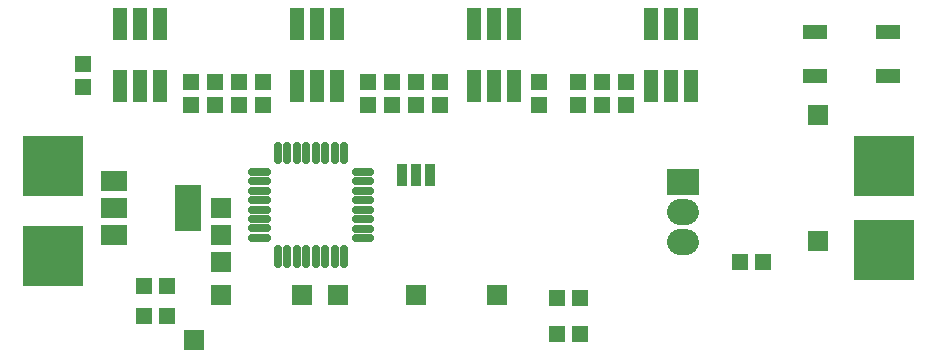
<source format=gts>
G04 ---------------------------- Layer name :TOP SOLDER LAYER*
G04 EasyEDA v5.4.12, Wed, 23 May 2018 11:05:33 GMT*
G04 139d24c5156241d0888082340940ae75*
G04 Gerber Generator version 0.2*
G04 Scale: 100 percent, Rotated: No, Reflected: No *
G04 Dimensions in millimeters *
G04 leading zeros omitted , absolute positions ,3 integer and 3 decimal *
%FSLAX33Y33*%
%MOMM*%
G90*
G71D02*

%ADD13C,0.653199*%
%ADD15R,2.203196X4.003192*%
%ADD16R,2.203196X1.703197*%
%ADD17R,0.904240X1.902460*%
%ADD18R,2.003196X1.303198*%
%ADD19R,1.303198X2.703195*%
%ADD20R,1.409700X1.409700*%
%ADD21R,1.409700X1.410198*%
%ADD22R,2.703200X2.203201*%
%ADD23R,1.778000X1.778000*%
%ADD24R,1.778000X1.778254*%
%ADD25R,5.203190X5.203190*%
%ADD26R,1.778254X1.778254*%
%ADD27C,2.203201*%

%LPD*%
G54D27*
G01X57145Y11557D02*
G01X56646Y11557D01*
G01X57145Y14097D02*
G01X56646Y14097D01*
G54D13*
G01X28194Y9763D02*
G01X28194Y10962D01*
G01X27393Y9763D02*
G01X27393Y10962D01*
G01X26593Y9763D02*
G01X26593Y10962D01*
G01X25793Y9763D02*
G01X25793Y10962D01*
G01X24996Y9763D02*
G01X24996Y10962D01*
G01X24196Y9763D02*
G01X24196Y10962D01*
G01X23395Y9763D02*
G01X23395Y10962D01*
G01X22595Y9763D02*
G01X22595Y10962D01*
G01X21630Y11938D02*
G01X20431Y11938D01*
G01X21630Y12738D02*
G01X20431Y12738D01*
G01X21630Y13538D02*
G01X20431Y13538D01*
G01X21630Y14338D02*
G01X20431Y14338D01*
G01X21630Y15135D02*
G01X20431Y15135D01*
G01X21630Y15935D02*
G01X20431Y15935D01*
G01X21630Y16736D02*
G01X20431Y16736D01*
G01X21630Y17536D02*
G01X20431Y17536D01*
G01X22606Y18526D02*
G01X22606Y19725D01*
G01X23406Y18526D02*
G01X23406Y19725D01*
G01X24206Y18526D02*
G01X24206Y19725D01*
G01X25006Y18526D02*
G01X25006Y19725D01*
G01X25803Y18526D02*
G01X25803Y19725D01*
G01X26603Y18526D02*
G01X26603Y19725D01*
G01X27404Y18526D02*
G01X27404Y19725D01*
G01X28204Y18526D02*
G01X28204Y19725D01*
G01X30368Y17526D02*
G01X29169Y17526D01*
G01X30368Y16725D02*
G01X29169Y16725D01*
G01X30368Y15925D02*
G01X29169Y15925D01*
G01X30368Y15125D02*
G01X29169Y15125D01*
G01X30368Y14328D02*
G01X29169Y14328D01*
G01X30368Y13528D02*
G01X29169Y13528D01*
G01X30368Y12727D02*
G01X29169Y12727D01*
G01X30368Y11927D02*
G01X29169Y11927D01*
G54D15*
G01X14986Y14478D03*
G54D16*
G01X8686Y14478D03*
G01X8686Y12176D03*
G01X8686Y16776D03*
G54D17*
G01X33096Y17270D03*
G01X34290Y17270D03*
G01X35483Y17270D03*
G54D18*
G01X68070Y29371D03*
G01X68070Y25670D03*
G01X74270Y29371D03*
G01X74270Y25670D03*
G54D19*
G01X57581Y30030D03*
G01X55880Y30030D03*
G01X54180Y30030D03*
G01X57581Y24831D03*
G01X55880Y24831D03*
G01X54180Y24831D03*
G01X42593Y30030D03*
G01X40894Y30030D03*
G01X39194Y30030D03*
G01X42593Y24831D03*
G01X40894Y24831D03*
G01X39194Y24831D03*
G01X27609Y30030D03*
G01X25908Y30030D03*
G01X24208Y30030D03*
G01X27609Y24831D03*
G01X25908Y24831D03*
G01X24208Y24831D03*
G01X12621Y30030D03*
G01X10922Y30030D03*
G01X9222Y30030D03*
G01X12621Y24831D03*
G01X10922Y24831D03*
G01X9222Y24831D03*
G54D20*
G01X61723Y9904D03*
G01X63704Y9904D03*
G01X13210Y7871D03*
G01X11229Y7871D03*
G01X13210Y5331D03*
G01X11229Y5331D03*
G54D22*
G01X56896Y16637D03*
G54D23*
G01X24638Y7112D03*
G01X27686Y7112D03*
G01X34290Y7112D03*
G54D24*
G01X41148Y7112D03*
G54D23*
G01X17780Y7112D03*
G54D25*
G01X3556Y10414D03*
G01X3556Y18034D03*
G01X73914Y18034D03*
G01X73914Y10922D03*
G54D21*
G01X15242Y25146D03*
G54D20*
G01X15242Y23164D03*
G54D21*
G01X17274Y25146D03*
G54D20*
G01X17274Y23164D03*
G54D21*
G01X19306Y25146D03*
G54D20*
G01X19306Y23164D03*
G54D21*
G01X21338Y25146D03*
G54D20*
G01X21338Y23164D03*
G01X46228Y3810D03*
G01X48209Y3810D03*
G54D26*
G01X68326Y22352D03*
G01X17780Y14478D03*
G01X17780Y12192D03*
G01X68326Y11684D03*
G01X17780Y9906D03*
G01X15494Y3302D03*
G54D20*
G01X46230Y6855D03*
G01X48211Y6855D03*
G54D21*
G01X30228Y25146D03*
G54D20*
G01X30228Y23164D03*
G54D21*
G01X32260Y25143D03*
G54D20*
G01X32260Y23162D03*
G54D21*
G01X34292Y25146D03*
G54D20*
G01X34292Y23164D03*
G54D21*
G01X36324Y25146D03*
G54D20*
G01X36324Y23164D03*
G54D21*
G01X44706Y25146D03*
G54D20*
G01X44706Y23164D03*
G54D21*
G01X48008Y25146D03*
G54D20*
G01X48008Y23164D03*
G54D21*
G01X50040Y25146D03*
G54D20*
G01X50040Y23164D03*
G54D21*
G01X52072Y25146D03*
G54D20*
G01X52072Y23164D03*
G54D21*
G01X6098Y26667D03*
G54D20*
G01X6098Y24686D03*
M00*
M02*

</source>
